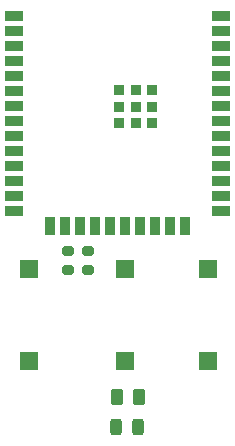
<source format=gbr>
%TF.GenerationSoftware,KiCad,Pcbnew,7.0.10-7.0.10~ubuntu22.04.1*%
%TF.CreationDate,2024-01-30T00:04:26+01:00*%
%TF.ProjectId,MailBox_LP_Notifier,4d61696c-426f-4785-9f4c-505f4e6f7469,rev?*%
%TF.SameCoordinates,Original*%
%TF.FileFunction,Paste,Bot*%
%TF.FilePolarity,Positive*%
%FSLAX46Y46*%
G04 Gerber Fmt 4.6, Leading zero omitted, Abs format (unit mm)*
G04 Created by KiCad (PCBNEW 7.0.10-7.0.10~ubuntu22.04.1) date 2024-01-30 00:04:26*
%MOMM*%
%LPD*%
G01*
G04 APERTURE LIST*
G04 Aperture macros list*
%AMRoundRect*
0 Rectangle with rounded corners*
0 $1 Rounding radius*
0 $2 $3 $4 $5 $6 $7 $8 $9 X,Y pos of 4 corners*
0 Add a 4 corners polygon primitive as box body*
4,1,4,$2,$3,$4,$5,$6,$7,$8,$9,$2,$3,0*
0 Add four circle primitives for the rounded corners*
1,1,$1+$1,$2,$3*
1,1,$1+$1,$4,$5*
1,1,$1+$1,$6,$7*
1,1,$1+$1,$8,$9*
0 Add four rect primitives between the rounded corners*
20,1,$1+$1,$2,$3,$4,$5,0*
20,1,$1+$1,$4,$5,$6,$7,0*
20,1,$1+$1,$6,$7,$8,$9,0*
20,1,$1+$1,$8,$9,$2,$3,0*%
G04 Aperture macros list end*
%ADD10R,0.900000X0.900000*%
%ADD11R,1.500000X0.900000*%
%ADD12R,0.900000X1.500000*%
%ADD13R,1.500000X1.500000*%
%ADD14RoundRect,0.200000X-0.275000X0.200000X-0.275000X-0.200000X0.275000X-0.200000X0.275000X0.200000X0*%
%ADD15RoundRect,0.250000X-0.262500X-0.450000X0.262500X-0.450000X0.262500X0.450000X-0.262500X0.450000X0*%
%ADD16RoundRect,0.243750X0.243750X0.456250X-0.243750X0.456250X-0.243750X-0.456250X0.243750X-0.456250X0*%
G04 APERTURE END LIST*
D10*
%TO.C,U3*%
X137136000Y-72185400D03*
X135736000Y-70785400D03*
X137136000Y-70785400D03*
X138536000Y-70785400D03*
X135736000Y-69385400D03*
X137136000Y-69385400D03*
X135736000Y-72185400D03*
X138536000Y-69385400D03*
X138536000Y-72185400D03*
D11*
X126886000Y-63065400D03*
X126886000Y-64335400D03*
X126886000Y-65605400D03*
X126886000Y-66875400D03*
X126886000Y-68145400D03*
X126886000Y-69415400D03*
X126886000Y-70685400D03*
X126886000Y-71955400D03*
X126886000Y-73225400D03*
X126886000Y-74495400D03*
X126886000Y-75765400D03*
X126886000Y-77035400D03*
X126886000Y-78305400D03*
X126886000Y-79575400D03*
D12*
X129916000Y-80825400D03*
X131186000Y-80825400D03*
X132456000Y-80825400D03*
X133726000Y-80825400D03*
X134996000Y-80825400D03*
X136266000Y-80825400D03*
X137536000Y-80825400D03*
X138806000Y-80825400D03*
X140076000Y-80825400D03*
X141346000Y-80825400D03*
D11*
X144386000Y-79575400D03*
X144386000Y-78305400D03*
X144386000Y-77035400D03*
X144386000Y-75765400D03*
X144386000Y-74495400D03*
X144386000Y-73225400D03*
X144386000Y-71955400D03*
X144386000Y-70685400D03*
X144386000Y-69415400D03*
X144386000Y-68145400D03*
X144386000Y-66875400D03*
X144386000Y-65605400D03*
X144386000Y-64335400D03*
X144386000Y-63065400D03*
%TD*%
D13*
%TO.C,SW4*%
X136271000Y-92292000D03*
X136271000Y-84492000D03*
%TD*%
D14*
%TO.C,R12*%
X133121400Y-82969600D03*
X133121400Y-84619600D03*
%TD*%
D13*
%TO.C,SW3*%
X143281400Y-92266600D03*
X143281400Y-84466600D03*
%TD*%
D15*
%TO.C,R6*%
X135587100Y-95377000D03*
X137412100Y-95377000D03*
%TD*%
D14*
%TO.C,R8*%
X131394200Y-82969600D03*
X131394200Y-84619600D03*
%TD*%
D16*
%TO.C,D3*%
X137386300Y-97891600D03*
X135511300Y-97891600D03*
%TD*%
D13*
%TO.C,SW5*%
X128117600Y-92292000D03*
X128117600Y-84492000D03*
%TD*%
M02*

</source>
